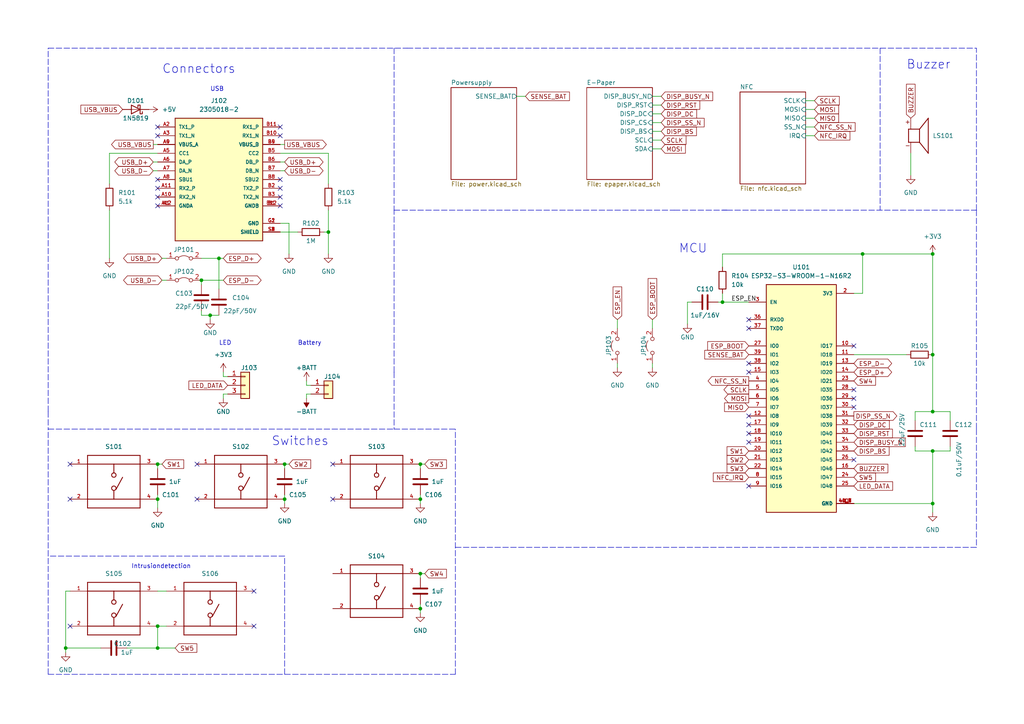
<source format=kicad_sch>
(kicad_sch (version 20211123) (generator eeschema)
  (paper "A4")
  (title_block (title "FabReader2") (date "2022-05-22") (rev "0.1") (company "RLKM UG (haftungsbeschränkt)") (comment 1 "Autoren: Joseph Langosch, Kai Kriegel"))
  (lib_symbols
    (symbol "2305018-2:2305018-2" (pin_names (offset 1.016))
      (property "Reference" "J" (at -12.7 18.0594 0))
      (property "Value" "2305018-2" (at -12.7 -20.3454 0))
      (symbol "2305018-2_0_0"
        (rectangle (start -12.7 -17.78) (end 12.7 17.78) (stroke (width 0.254)) (fill (type background)))
        (pin passive line (at -17.78 -7.62 0) (length 5.08) (name "GNDA") (number "A1"))
        (pin passive line (at -17.78 -5.08 0) (length 5.08) (name "RX2_N") (number "A10"))
        (pin passive line (at -17.78 -2.54 0) (length 5.08) (name "RX2_P") (number "A11"))
        (pin passive line (at -17.78 -7.62 0) (length 5.08) (name "GNDA") (number "A12"))
        (pin passive line (at -17.78 15.24 0) (length 5.08) (name "TX1_P") (number "A2"))
        (pin passive line (at -17.78 12.7 0) (length 5.08) (name "TX1_N") (number "A3"))
        (pin passive line (at -17.78 10.16 0) (length 5.08) (name "VBUS_A") (number "A4"))
        (pin passive line (at -17.78 7.62 0) (length 5.08) (name "CC1") (number "A5"))
        (pin passive line (at -17.78 5.08 0) (length 5.08) (name "DA_P") (number "A6"))
        (pin passive line (at -17.78 2.54 0) (length 5.08) (name "DA_N") (number "A7"))
        (pin passive line (at -17.78 0 0) (length 5.08) (name "SBU1") (number "A8"))
        (pin passive line (at -17.78 10.16 0) (length 5.08) (name "VBUS_A") (number "A9"))
        (pin passive line (at 17.78 -7.62 180) (length 5.08) (name "GNDB") (number "B1"))
        (pin passive line (at 17.78 12.7 180) (length 5.08) (name "RX1_N") (number "B10"))
        (pin passive line (at 17.78 15.24 180) (length 5.08) (name "RX1_P") (number "B11"))
        (pin passive line (at 17.78 -7.62 180) (length 5.08) (name "GNDB") (number "B12"))
        (pin passive line (at 17.78 -2.54 180) (length 5.08) (name "TX2_P") (number "B2"))
        (pin passive line (at 17.78 -5.08 180) (length 5.08) (name "TX2_N") (number "B3"))
        (pin passive line (at 17.78 10.16 180) (length 5.08) (name "VBUS_B") (number "B4"))
        (pin passive line (at 17.78 7.62 180) (length 5.08) (name "CC2") (number "B5"))
        (pin passive line (at 17.78 5.08 180) (length 5.08) (name "DB_P") (number "B6"))
        (pin passive line (at 17.78 2.54 180) (length 5.08) (name "DB_N") (number "B7"))
        (pin passive line (at 17.78 0 180) (length 5.08) (name "SBU2") (number "B8"))
        (pin passive line (at 17.78 10.16 180) (length 5.08) (name "VBUS_B") (number "B9"))
        (pin power_in line (at 17.78 -12.7 180) (length 5.08) (name "GND") (number "G1"))
        (pin power_in line (at 17.78 -12.7 180) (length 5.08) (name "GND") (number "G2"))
        (pin power_in line (at 17.78 -15.24 180) (length 5.08) (name "SHIELD") (number "S1"))
        (pin power_in line (at 17.78 -15.24 180) (length 5.08) (name "SHIELD") (number "S2"))
        (pin power_in line (at 17.78 -15.24 180) (length 5.08) (name "SHIELD") (number "S3"))
        (pin power_in line (at 17.78 -15.24 180) (length 5.08) (name "SHIELD") (number "S4"))
      )
    )
    (symbol "CMI-9705-0380-SMT-TR:CMI-9705-0380-SMT-TR" (pin_numbers hide) (pin_names (offset 1.016) hide)
      (property "Reference" "LS" (at -1.27 6.35 0))
      (property "Value" "CMI-9705-0380-SMT-TR" (at -1.27 -8.255 0))
      (symbol "CMI-9705-0380-SMT-TR_0_0"
        (polyline (pts (xy -3.175 -1.905) (xy -2.54 -1.905)) (stroke (width 0.254)))
        (polyline (pts (xy -3.175 1.905) (xy -3.175 -1.905)) (stroke (width 0.254)))
        (polyline (pts (xy -3.175 1.905) (xy -2.54 1.905)) (stroke (width 0.254)))
        (polyline (pts (xy -2.54 -2.54) (xy -2.54 -1.905)) (stroke (width 0.1524)))
        (polyline (pts (xy -2.54 -1.905) (xy 0 -1.905)) (stroke (width 0.254)))
        (polyline (pts (xy -2.54 1.905) (xy 0 1.905)) (stroke (width 0.254)))
        (polyline (pts (xy -2.54 2.54) (xy -2.54 1.905)) (stroke (width 0.1524)))
        (polyline (pts (xy 0 -1.905) (xy 0 1.905)) (stroke (width 0.254)))
        (polyline (pts (xy 0 -1.905) (xy 2.54 -5.08)) (stroke (width 0.254)))
        (polyline (pts (xy 0 1.905) (xy 2.54 5.08)) (stroke (width 0.254)))
        (polyline (pts (xy 2.54 -5.08) (xy 2.54 5.08)) (stroke (width 0.254)))
        (text "+" (at -4.318 3.302 0) (effects (font (size 1.27 1.27)) (justify left bottom)))
        (text "-" (at -4.318 -3.556 0) (effects (font (size 1.27 1.27)) (justify left bottom)))
        (pin passive line (at -2.54 -5.08 90) (length 2.54) (name "~") (number "N"))
        (pin passive line (at -2.54 5.08 270) (length 2.54) (name "~") (number "P"))
      )
    )
    (symbol "Connector_Generic:Conn_01x02" (pin_names (offset 1.016) hide)
      (property "Reference" "J" (at 0 2.54 0))
      (property "Value" "Conn_01x02" (at 0 -5.08 0))
      (symbol "Conn_01x02_1_1"
        (rectangle (start -1.27 -2.413) (end 0 -2.667) (stroke (width 0.1524)))
        (rectangle (start -1.27 0.127) (end 0 -0.127) (stroke (width 0.1524)))
        (rectangle (start -1.27 1.27) (end 1.27 -3.81) (stroke (width 0.254)) (fill (type background)))
        (pin passive line (at -5.08 0 0) (length 3.81) (name "Pin_1") (number "1"))
        (pin passive line (at -5.08 -2.54 0) (length 3.81) (name "Pin_2") (number "2"))
      )
    )
    (symbol "Connector_Generic:Conn_01x03" (pin_names (offset 1.016) hide)
      (property "Reference" "J" (at 0 5.08 0))
      (property "Value" "Conn_01x03" (at 0 -5.08 0))
      (symbol "Conn_01x03_1_1"
        (rectangle (start -1.27 -2.413) (end 0 -2.667) (stroke (width 0.1524)))
        (rectangle (start -1.27 0.127) (end 0 -0.127) (stroke (width 0.1524)))
        (rectangle (start -1.27 2.667) (end 0 2.413) (stroke (width 0.1524)))
        (rectangle (start -1.27 3.81) (end 1.27 -3.81) (stroke (width 0.254)) (fill (type background)))
        (pin passive line (at -5.08 2.54 0) (length 3.81) (name "Pin_1") (number "1"))
        (pin passive line (at -5.08 0 0) (length 3.81) (name "Pin_2") (number "2"))
        (pin passive line (at -5.08 -2.54 0) (length 3.81) (name "Pin_3") (number "3"))
      )
    )
    (symbol "Device:C" (pin_numbers hide) (pin_names (offset 0.254))
      (property "Reference" "C" (at 0.635 2.54 0))
      (property "Value" "C" (at 0.635 -2.54 0))
      (symbol "C_0_1"
        (polyline (pts (xy -2.032 -0.762) (xy 2.032 -0.762)) (stroke (width 0.508)))
        (polyline (pts (xy -2.032 0.762) (xy 2.032 0.762)) (stroke (width 0.508)))
      )
      (symbol "C_1_1"
        (pin passive line (at 0 3.81 270) (length 2.794) (name "~") (number "1"))
        (pin passive line (at 0 -3.81 90) (length 2.794) (name "~") (number "2"))
      )
    )
    (symbol "Device:R" (pin_numbers hide) (pin_names (offset 0))
      (property "Reference" "R" (at 2.032 0 90))
      (property "Value" "R" (at 0 0 90))
      (symbol "R_0_1"
        (rectangle (start -1.016 -2.54) (end 1.016 2.54) (stroke (width 0.254)))
      )
      (symbol "R_1_1"
        (pin passive line (at 0 3.81 270) (length 1.27) (name "~") (number "1"))
        (pin passive line (at 0 -3.81 90) (length 1.27) (name "~") (number "2"))
      )
    )
    (symbol "Diode:1N5819" (pin_numbers hide) (pin_names (offset 1.016) hide)
      (property "Reference" "D" (at 0 2.54 0))
      (property "Value" "1N5819" (at 0 -2.54 0))
      (symbol "1N5819_0_1"
        (polyline (pts (xy 1.27 0) (xy -1.27 0)))
        (polyline (pts (xy 1.27 1.27) (xy 1.27 -1.27) (xy -1.27 0) (xy 1.27 1.27)) (stroke (width 0.254)))
        (polyline (pts (xy -1.905 0.635) (xy -1.905 1.27) (xy -1.27 1.27) (xy -1.27 -1.27) (xy -0.635 -1.27) (xy -0.635 -0.635)) (stroke (width 0.254)))
      )
      (symbol "1N5819_1_1"
        (pin passive line (at -3.81 0 0) (length 2.54) (name "K") (number "1"))
        (pin passive line (at 3.81 0 180) (length 2.54) (name "A") (number "2"))
      )
    )
    (symbol "ESP32-S3-WROOM-1-N16R2:ESP32-S3-WROOM-1-N16R2" (pin_names (offset 1.016))
      (property "Reference" "U" (at -10.16 34.1122 0))
      (property "Value" "ESP32-S3-WROOM-1-N16R2" (at -10.16 -35.56 0))
      (symbol "ESP32-S3-WROOM-1-N16R2_0_0"
        (rectangle (start -10.16 -33.02) (end 10.16 33.02) (stroke (width 0.254)) (fill (type background)))
        (pin power_in line (at 15.24 -30.48 180) (length 5.08) (name "GND") (number "1"))
        (pin bidirectional line (at 15.24 15.24 180) (length 5.08) (name "IO17") (number "10"))
        (pin bidirectional line (at 15.24 12.7 180) (length 5.08) (name "IO18") (number "11"))
        (pin bidirectional line (at -15.24 -5.08 0) (length 5.08) (name "IO8") (number "12"))
        (pin bidirectional line (at 15.24 10.16 180) (length 5.08) (name "IO19") (number "13"))
        (pin bidirectional line (at 15.24 7.62 180) (length 5.08) (name "IO20") (number "14"))
        (pin bidirectional line (at -15.24 7.62 0) (length 5.08) (name "IO3") (number "15"))
        (pin bidirectional line (at 15.24 -20.32 180) (length 5.08) (name "IO46") (number "16"))
        (pin bidirectional line (at -15.24 -7.62 0) (length 5.08) (name "IO9") (number "17"))
        (pin bidirectional line (at -15.24 -10.16 0) (length 5.08) (name "IO10") (number "18"))
        (pin bidirectional line (at -15.24 -12.7 0) (length 5.08) (name "IO11") (number "19"))
        (pin power_in line (at 15.24 30.48 180) (length 5.08) (name "3V3") (number "2"))
        (pin bidirectional line (at -15.24 -15.24 0) (length 5.08) (name "IO12") (number "20"))
        (pin bidirectional line (at -15.24 -17.78 0) (length 5.08) (name "IO13") (number "21"))
        (pin bidirectional line (at -15.24 -20.32 0) (length 5.08) (name "IO14") (number "22"))
        (pin bidirectional line (at 15.24 5.08 180) (length 5.08) (name "IO21") (number "23"))
        (pin bidirectional line (at 15.24 -22.86 180) (length 5.08) (name "IO47") (number "24"))
        (pin bidirectional line (at 15.24 -25.4 180) (length 5.08) (name "IO48") (number "25"))
        (pin bidirectional line (at 15.24 -17.78 180) (length 5.08) (name "IO45") (number "26"))
        (pin bidirectional line (at -15.24 15.24 0) (length 5.08) (name "IO0") (number "27"))
        (pin bidirectional line (at 15.24 2.54 180) (length 5.08) (name "IO35") (number "28"))
        (pin bidirectional line (at 15.24 0 180) (length 5.08) (name "IO36") (number "29"))
        (pin input line (at -15.24 27.94 0) (length 5.08) (name "EN") (number "3"))
        (pin bidirectional line (at 15.24 -2.54 180) (length 5.08) (name "IO37") (number "30"))
        (pin bidirectional line (at 15.24 -5.08 180) (length 5.08) (name "IO38") (number "31"))
        (pin bidirectional line (at 15.24 -7.62 180) (length 5.08) (name "IO39") (number "32"))
        (pin bidirectional line (at 15.24 -10.16 180) (length 5.08) (name "IO40") (number "33"))
        (pin bidirectional line (at 15.24 -12.7 180) (length 5.08) (name "IO41") (number "34"))
        (pin bidirectional line (at 15.24 -15.24 180) (length 5.08) (name "IO42") (number "35"))
        (pin bidirectional line (at -15.24 22.86 0) (length 5.08) (name "RXD0") (number "36"))
        (pin bidirectional line (at -15.24 20.32 0) (length 5.08) (name "TXD0") (number "37"))
        (pin bidirectional line (at -15.24 10.16 0) (length 5.08) (name "IO2") (number "38"))
        (pin bidirectional line (at -15.24 12.7 0) (length 5.08) (name "IO1") (number "39"))
        (pin bidirectional line (at -15.24 5.08 0) (length 5.08) (name "IO4") (number "4"))
        (pin power_in line (at 15.24 -30.48 180) (length 5.08) (name "GND") (number "40"))
        (pin power_in line (at 15.24 -30.48 180) (length 5.08) (name "GND") (number "41_1"))
        (pin power_in line (at 15.24 -30.48 180) (length 5.08) (name "GND") (number "41_2"))
        (pin power_in line (at 15.24 -30.48 180) (length 5.08) (name "GND") (number "41_3"))
        (pin power_in line (at 15.24 -30.48 180) (length 5.08) (name "GND") (number "41_4"))
        (pin power_in line (at 15.24 -30.48 180) (length 5.08) (name "GND") (number "41_5"))
        (pin power_in line (at 15.24 -30.48 180) (length 5.08) (name "GND") (number "41_6"))
        (pin power_in line (at 15.24 -30.48 180) (length 5.08) (name "GND") (number "41_7"))
        (pin power_in line (at 15.24 -30.48 180) (length 5.08) (name "GND") (number "41_8"))
        (pin power_in line (at 15.24 -30.48 180) (length 5.08) (name "GND") (number "41_9"))
        (pin bidirectional line (at -15.24 2.54 0) (length 5.08) (name "IO5") (number "5"))
        (pin bidirectional line (at -15.24 0 0) (length 5.08) (name "IO6") (number "6"))
        (pin bidirectional line (at -15.24 -2.54 0) (length 5.08) (name "IO7") (number "7"))
        (pin bidirectional line (at -15.24 -22.86 0) (length 5.08) (name "IO15") (number "8"))
        (pin bidirectional line (at -15.24 -25.4 0) (length 5.08) (name "IO16") (number "9"))
      )
    )
    (symbol "Jumper:Jumper_2_Bridged" (pin_names (offset 0) hide)
      (property "Reference" "JP" (at 0 1.905 0))
      (property "Value" "Jumper_2_Bridged" (at 0 -2.54 0))
      (symbol "Jumper_2_Bridged_0_0"
        (circle (center -2.032 0) (radius 0.508))
        (circle (center 2.032 0) (radius 0.508))
      )
      (symbol "Jumper_2_Bridged_0_1"
        (arc (start 1.524 0.254) (mid 0 0.762) (end -1.524 0.254))
      )
      (symbol "Jumper_2_Bridged_1_1"
        (pin passive line (at -5.08 0 0) (length 2.54) (name "A") (number "1"))
        (pin passive line (at 5.08 0 180) (length 2.54) (name "B") (number "2"))
      )
    )
    (symbol "Jumper:Jumper_2_Open" (pin_names (offset 0) hide)
      (property "Reference" "JP" (at 0 2.794 0))
      (property "Value" "Jumper_2_Open" (at 0 -2.286 0))
      (symbol "Jumper_2_Open_0_0"
        (circle (center -2.032 0) (radius 0.508))
        (circle (center 2.032 0) (radius 0.508))
      )
      (symbol "Jumper_2_Open_0_1"
        (arc (start 1.524 1.27) (mid 0 1.778) (end -1.524 1.27))
      )
      (symbol "Jumper_2_Open_1_1"
        (pin passive line (at -5.08 0 0) (length 2.54) (name "A") (number "1"))
        (pin passive line (at 5.08 0 180) (length 2.54) (name "B") (number "2"))
      )
    )
    (symbol "TS04-66-95-BK-260-SMT:TS04-66-95-BK-260-SMT" (pin_names (offset 1.016) hide)
      (property "Reference" "S" (at -7.62 8.382 0))
      (property "Value" "TS04-66-95-BK-260-SMT" (at -7.62 -8.382 0))
      (symbol "TS04-66-95-BK-260-SMT_0_0"
        (circle (center 0 -1.905) (radius 0.635) (stroke (width 0.254)))
        (polyline (pts (xy -7.62 -7.62) (xy 7.62 -7.62)) (stroke (width 0.254)))
        (polyline (pts (xy -7.62 -5.08) (xy -7.62 -7.62)) (stroke (width 0.254)))
        (polyline (pts (xy -7.62 5.08) (xy -7.62 -5.08)) (stroke (width 0.254)))
        (polyline (pts (xy -7.62 7.62) (xy -7.62 5.08)) (stroke (width 0.254)))
        (polyline (pts (xy 0 -5.08) (xy -7.62 -5.08)) (stroke (width 0.254)))
        (polyline (pts (xy 0 -5.08) (xy 7.62 -5.08)) (stroke (width 0.254)))
        (polyline (pts (xy 0 -2.54) (xy 0 -5.08)) (stroke (width 0.254)))
        (polyline (pts (xy 0 5.08) (xy -7.62 5.08)) (stroke (width 0.254)))
        (polyline (pts (xy 0 5.08) (xy 0 2.54)) (stroke (width 0.254)))
        (polyline (pts (xy 0 5.08) (xy 7.62 5.08)) (stroke (width 0.254)))
        (polyline (pts (xy 0.635 -2.2352) (xy 2.54 1.27)) (stroke (width 0.254)))
        (polyline (pts (xy 7.62 -7.62) (xy 7.62 -5.08)) (stroke (width 0.254)))
        (polyline (pts (xy 7.62 -5.08) (xy 7.62 5.08)) (stroke (width 0.254)))
        (polyline (pts (xy 7.62 5.08) (xy 7.62 7.62)) (stroke (width 0.254)))
        (polyline (pts (xy 7.62 7.62) (xy -7.62 7.62)) (stroke (width 0.254)))
        (circle (center 0 1.905) (radius 0.635) (stroke (width 0.254)))
        (pin passive line (at -12.7 5.08 0) (length 5.08) (name "~") (number "1"))
        (pin passive line (at -12.7 -5.08 0) (length 5.08) (name "~") (number "2"))
        (pin passive line (at 12.7 5.08 180) (length 5.08) (name "~") (number "3"))
        (pin passive line (at 12.7 -5.08 180) (length 5.08) (name "~") (number "4"))
      )
    )
    (symbol "power:+3V3" (power) (pin_names (offset 0))
      (property "Value" "+3V3" (at 0 3.556 0))
      (symbol "+3V3_0_1"
        (polyline (pts (xy -0.762 1.27) (xy 0 2.54)))
        (polyline (pts (xy 0 0) (xy 0 2.54)))
        (polyline (pts (xy 0 2.54) (xy 0.762 1.27)))
      )
      (symbol "+3V3_1_1"
        (pin power_in line (at 0 0 90) (length 0) hide (name "+3V3") (number "1"))
      )
    )
    (symbol "power:+5V" (power) (pin_names (offset 0))
      (property "Value" "+5V" (at 0 3.556 0))
      (symbol "+5V_0_1"
        (polyline (pts (xy -0.762 1.27) (xy 0 2.54)))
        (polyline (pts (xy 0 0) (xy 0 2.54)))
        (polyline (pts (xy 0 2.54) (xy 0.762 1.27)))
      )
      (symbol "+5V_1_1"
        (pin power_in line (at 0 0 90) (length 0) hide (name "+5V") (number "1"))
      )
    )
    (symbol "power:+BATT" (power) (pin_names (offset 0))
      (property "Value" "+BATT" (at 0 3.556 0))
      (symbol "+BATT_0_1"
        (polyline (pts (xy -0.762 1.27) (xy 0 2.54)))
        (polyline (pts (xy 0 0) (xy 0 2.54)))
        (polyline (pts (xy 0 2.54) (xy 0.762 1.27)))
      )
      (symbol "+BATT_1_1"
        (pin power_in line (at 0 0 90) (length 0) hide (name "+BATT") (number "1"))
      )
    )
    (symbol "power:-BATT" (power) (pin_names (offset 0))
      (property "Value" "-BATT" (at 0 3.556 0))
      (symbol "-BATT_0_1"
        (polyline (pts (xy 0 0) (xy 0 2.54)))
        (polyline (pts (xy 0.762 1.27) (xy -0.762 1.27) (xy 0 2.54) (xy 0.762 1.27)) (fill (type outline)))
      )
      (symbol "-BATT_1_1"
        (pin power_in line (at 0 0 90) (length 0) hide (name "-BATT") (number "1"))
      )
    )
    (symbol "power:GND" (power) (pin_names (offset 0))
      (property "Value" "GND" (at 0 -3.81 0))
      (symbol "GND_0_1"
        (polyline (pts (xy 0 0) (xy 0 -1.27) (xy 1.27 -1.27) (xy 0 -2.54) (xy -1.27 -1.27) (xy 0 -1.27)))
      )
      (symbol "GND_1_1"
        (pin power_in line (at 0 0 270) (length 0) hide (name "GND") (number "1"))
      )
    )
  )
  (junction (at 82.55 134.62))
  (junction (at 45.72 187.96))
  (junction (at 45.72 181.61))
  (junction (at 19.05 187.96))
  (junction (at 63.5 74.93))
  (junction (at 250.19 73.66))
  (junction (at 209.55 87.63))
  (junction (at 82.55 144.78))
  (junction (at 121.92 144.78))
  (junction (at 58.42 81.28))
  (junction (at 270.51 119.38))
  (junction (at 121.92 166.37))
  (junction (at 95.25 67.31))
  (junction (at 60.96 91.44))
  (junction (at 121.92 134.62))
  (junction (at 270.51 73.66))
  (junction (at 45.72 144.78))
  (junction (at 270.51 146.05))
  (junction (at 270.51 130.81))
  (junction (at 270.51 102.87))
  (junction (at 45.72 134.62))
  (junction (at 121.92 176.53))
  (no_connect (at 45.72 54.61))
  (no_connect (at 57.15 144.78))
  (no_connect (at 73.66 171.45))
  (no_connect (at 73.66 181.61))
  (no_connect (at 96.52 144.78))
  (no_connect (at 20.32 181.61))
  (no_connect (at 45.72 36.83))
  (no_connect (at 81.28 36.83))
  (no_connect (at 81.28 59.69))
  (no_connect (at 81.28 52.07))
  (no_connect (at 81.28 54.61))
  (no_connect (at 81.28 57.15))
  (no_connect (at 20.32 144.78))
  (no_connect (at 45.72 39.37))
  (no_connect (at 20.32 134.62))
  (no_connect (at 45.72 59.69))
  (no_connect (at 217.17 107.95))
  (no_connect (at 217.17 128.27))
  (no_connect (at 217.17 140.97))
  (no_connect (at 96.52 134.62))
  (no_connect (at 57.15 134.62))
  (no_connect (at 217.17 120.65))
  (no_connect (at 217.17 125.73))
  (no_connect (at 217.17 95.25))
  (no_connect (at 45.72 52.07))
  (no_connect (at 247.65 100.33))
  (no_connect (at 247.65 133.35))
  (no_connect (at 247.65 118.11))
  (no_connect (at 247.65 115.57))
  (no_connect (at 247.65 113.03))
  (no_connect (at 217.17 105.41))
  (no_connect (at 217.17 92.71))
  (no_connect (at 45.72 57.15))
  (no_connect (at 217.17 123.19))
  (no_connect (at 81.28 39.37))
  (wire (pts (xy 121.92 166.37) (xy 121.92 167.64)))
  (wire (pts (xy 44.45 49.53) (xy 45.72 49.53)))
  (wire (pts (xy 82.55 144.78) (xy 82.55 146.05)))
  (wire (pts (xy 189.23 43.18) (xy 191.77 43.18)))
  (wire (pts (xy 90.17 111.76) (xy 88.9 111.76)))
  (wire (pts (xy 63.5 74.93) (xy 58.42 74.93)))
  (wire (pts (xy 82.55 134.62) (xy 83.82 134.62)))
  (wire (pts (xy 19.05 187.96) (xy 19.05 171.45)))
  (wire (pts (xy 209.55 73.66) (xy 250.19 73.66)))
  (wire (pts (xy 264.16 44.45) (xy 264.16 50.8)))
  (polyline (pts (xy 114.3 107.95) (xy 114.3 124.46)))
  (wire (pts (xy 121.92 134.62) (xy 121.92 135.89)))
  (wire (pts (xy 45.72 187.96) (xy 50.8 187.96)))
  (polyline (pts (xy 13.97 119.38) (xy 13.97 13.97)))
  (wire (pts (xy 95.25 53.34) (xy 95.25 44.45)))
  (wire (pts (xy 270.51 130.81) (xy 270.51 146.05)))
  (polyline (pts (xy 195.58 60.96) (xy 210.82 60.96)))
  (wire (pts (xy 64.77 81.28) (xy 58.42 81.28)))
  (wire (pts (xy 66.04 109.22) (xy 64.77 109.22)))
  (wire (pts (xy 149.86 27.94) (xy 152.4 27.94)))
  (wire (pts (xy 189.23 40.64) (xy 191.77 40.64)))
  (wire (pts (xy 121.92 175.26) (xy 121.92 176.53)))
  (wire (pts (xy 189.23 35.56) (xy 191.77 35.56)))
  (wire (pts (xy 121.92 166.37) (xy 123.19 166.37)))
  (wire (pts (xy 121.92 177.8) (xy 121.92 176.53)))
  (polyline (pts (xy 255.27 13.97) (xy 255.27 60.96)))
  (polyline (pts (xy 132.08 195.58) (xy 132.08 124.46)))
  (wire (pts (xy 121.92 143.51) (xy 121.92 144.78)))
  (wire (pts (xy 45.72 44.45) (xy 31.75 44.45)))
  (wire (pts (xy 31.75 44.45) (xy 31.75 53.34)))
  (polyline (pts (xy 13.97 195.58) (xy 13.97 124.46)))
  (polyline (pts (xy 114.3 107.95) (xy 114.3 60.96)))
  (wire (pts (xy 265.43 130.81) (xy 270.51 130.81)))
  (wire (pts (xy 209.55 77.47) (xy 209.55 73.66)))
  (wire (pts (xy 209.55 85.09) (xy 209.55 87.63)))
  (wire (pts (xy 270.51 130.81) (xy 275.59 130.81)))
  (wire (pts (xy 83.82 64.77) (xy 81.28 64.77)))
  (polyline (pts (xy 209.55 60.96) (xy 210.82 60.96)))
  (wire (pts (xy 189.23 38.1) (xy 191.77 38.1)))
  (wire (pts (xy 270.51 146.05) (xy 270.51 148.59)))
  (polyline (pts (xy 283.21 60.96) (xy 283.21 124.46)))
  (wire (pts (xy 83.82 73.66) (xy 83.82 64.77)))
  (wire (pts (xy 275.59 130.81) (xy 275.59 129.54)))
  (wire (pts (xy 31.75 60.96) (xy 31.75 74.93)))
  (wire (pts (xy 19.05 171.45) (xy 20.32 171.45)))
  (wire (pts (xy 45.72 181.61) (xy 48.26 181.61)))
  (wire (pts (xy 209.55 87.63) (xy 217.17 87.63)))
  (wire (pts (xy 46.99 81.28) (xy 48.26 81.28)))
  (wire (pts (xy 270.51 119.38) (xy 275.59 119.38)))
  (polyline (pts (xy 283.21 158.75) (xy 173.99 158.75)))
  (wire (pts (xy 179.07 92.71) (xy 179.07 95.25)))
  (wire (pts (xy 81.28 44.45) (xy 95.25 44.45)))
  (polyline (pts (xy 13.97 13.97) (xy 118.11 13.97)))
  (polyline (pts (xy 130.81 195.58) (xy 132.08 195.58)))
  (wire (pts (xy 45.72 134.62) (xy 45.72 135.89)))
  (wire (pts (xy 88.9 114.3) (xy 88.9 115.57)))
  (wire (pts (xy 58.42 91.44) (xy 60.96 91.44)))
  (wire (pts (xy 60.96 91.44) (xy 63.5 91.44)))
  (wire (pts (xy 199.39 87.63) (xy 200.66 87.63)))
  (polyline (pts (xy 82.55 195.58) (xy 82.55 161.29)))
  (wire (pts (xy 265.43 119.38) (xy 270.51 119.38)))
  (wire (pts (xy 121.92 146.05) (xy 121.92 144.78)))
  (wire (pts (xy 95.25 60.96) (xy 95.25 67.31)))
  (wire (pts (xy 179.07 105.41) (xy 179.07 106.68)))
  (wire (pts (xy 189.23 27.94) (xy 191.77 27.94)))
  (wire (pts (xy 45.72 144.78) (xy 45.72 147.32)))
  (wire (pts (xy 189.23 92.71) (xy 189.23 95.25)))
  (wire (pts (xy 233.68 36.83) (xy 236.22 36.83)))
  (wire (pts (xy 265.43 121.92) (xy 265.43 119.38)))
  (wire (pts (xy 81.28 46.99) (xy 82.55 46.99)))
  (wire (pts (xy 199.39 93.98) (xy 199.39 87.63)))
  (wire (pts (xy 45.72 134.62) (xy 46.99 134.62)))
  (polyline (pts (xy 118.11 13.97) (xy 283.21 13.97)))
  (polyline (pts (xy 283.21 60.96) (xy 283.21 13.97)))
  (wire (pts (xy 44.45 46.99) (xy 45.72 46.99)))
  (wire (pts (xy 44.45 41.91) (xy 45.72 41.91)))
  (wire (pts (xy 82.55 134.62) (xy 82.55 135.89)))
  (polyline (pts (xy 13.97 119.38) (xy 13.97 124.46)))
  (wire (pts (xy 247.65 146.05) (xy 270.51 146.05)))
  (wire (pts (xy 270.51 73.66) (xy 270.51 102.87)))
  (wire (pts (xy 250.19 73.66) (xy 270.51 73.66)))
  (wire (pts (xy 81.28 49.53) (xy 82.55 49.53)))
  (wire (pts (xy 250.19 85.09) (xy 247.65 85.09)))
  (polyline (pts (xy 283.21 124.46) (xy 283.21 158.75)))
  (wire (pts (xy 64.77 115.57) (xy 64.77 114.3)))
  (polyline (pts (xy 114.3 124.46) (xy 132.08 124.46)))
  (wire (pts (xy 64.77 114.3) (xy 66.04 114.3)))
  (polyline (pts (xy 13.97 124.46) (xy 114.3 124.46)))
  (wire (pts (xy 19.05 189.23) (xy 19.05 187.96)))
  (wire (pts (xy 121.92 134.62) (xy 123.19 134.62)))
  (wire (pts (xy 46.99 74.93) (xy 48.26 74.93)))
  (wire (pts (xy 189.23 30.48) (xy 191.77 30.48)))
  (polyline (pts (xy 114.3 13.97) (xy 114.3 60.96)))
  (polyline (pts (xy 13.97 195.58) (xy 130.81 195.58)))
  (wire (pts (xy 233.68 31.75) (xy 236.22 31.75)))
  (wire (pts (xy 58.42 90.17) (xy 58.42 91.44)))
  (wire (pts (xy 265.43 129.54) (xy 265.43 130.81)))
  (wire (pts (xy 81.28 67.31) (xy 86.36 67.31)))
  (wire (pts (xy 60.96 91.44) (xy 60.96 92.71)))
  (wire (pts (xy 45.72 181.61) (xy 45.72 187.96)))
  (wire (pts (xy 250.19 73.66) (xy 250.19 85.09)))
  (wire (pts (xy 233.68 29.21) (xy 236.22 29.21)))
  (wire (pts (xy 88.9 111.76) (xy 88.9 110.49)))
  (wire (pts (xy 82.55 143.51) (xy 82.55 144.78)))
  (wire (pts (xy 270.51 102.87) (xy 270.51 119.38)))
  (wire (pts (xy 189.23 33.02) (xy 191.77 33.02)))
  (wire (pts (xy 19.05 187.96) (xy 29.21 187.96)))
  (polyline (pts (xy 210.82 60.96) (xy 283.21 60.96)))
  (wire (pts (xy 64.77 109.22) (xy 64.77 107.95)))
  (polyline (pts (xy 114.3 60.96) (xy 195.58 60.96)))
  (wire (pts (xy 275.59 121.92) (xy 275.59 119.38)))
  (wire (pts (xy 64.77 74.93) (xy 63.5 74.93)))
  (wire (pts (xy 36.83 187.96) (xy 45.72 187.96)))
  (wire (pts (xy 233.68 34.29) (xy 236.22 34.29)))
  (wire (pts (xy 58.42 81.28) (xy 58.42 82.55)))
  (wire (pts (xy 45.72 171.45) (xy 48.26 171.45)))
  (wire (pts (xy 233.68 39.37) (xy 236.22 39.37)))
  (wire (pts (xy 45.72 143.51) (xy 45.72 144.78)))
  (wire (pts (xy 90.17 114.3) (xy 88.9 114.3)))
  (wire (pts (xy 63.5 74.93) (xy 63.5 83.82)))
  (wire (pts (xy 208.28 87.63) (xy 209.55 87.63)))
  (polyline (pts (xy 82.55 161.29) (xy 13.97 161.29)))
  (wire (pts (xy 95.25 67.31) (xy 95.25 73.66)))
  (polyline (pts (xy 132.08 158.75) (xy 173.99 158.75)))
  (wire (pts (xy 189.23 105.41) (xy 189.23 106.68)))
  (wire (pts (xy 262.89 102.87) (xy 247.65 102.87)))
  (wire (pts (xy 81.28 41.91) (xy 82.55 41.91)))
  (wire (pts (xy 93.98 67.31) (xy 95.25 67.31)))
  (text "Buzzer" (at 262.89 20.32 0) (effects (font (size 2.54 2.54)) (justify left bottom)))
  (text "LED" (at 63.5 100.33 0) (effects (font (size 1.27 1.27)) (justify left bottom)))
  (text "USB" (at 60.96 26.67 0) (effects (font (size 1.27 1.27)) (justify left bottom)))
  (text "Battery" (at 86.36 100.33 0) (effects (font (size 1.27 1.27)) (justify left bottom)))
  (text "Intrusiondetection" (at 38.1 165.1 0) (effects (font (size 1.27 1.27)) (justify left bottom)))
  (text "Connectors" (at 46.99 21.59 0) (effects (font (size 2.54 2.54)) (justify left bottom)))
  (text "MCU" (at 196.85 73.66 0) (effects (font (size 2.54 2.54)) (justify left bottom)))
  (text "Switches" (at 78.74 129.54 0) (effects (font (size 2.54 2.54)) (justify left bottom)))
  (label "ESP_EN" (at 212.09 87.63 0))
  (global_label "SCLK" (shape input) (at 236.22 29.21 0) (property "Intersheet References" "${INTERSHEET_REFS}" (effects hide)))
  (global_label "SENSE_BAT" (shape input) (at 152.4 27.94 0) (property "Intersheet References" "${INTERSHEET_REFS}" (effects hide)))
  (global_label "ESP_EN" (shape input) (at 179.07 92.71 90) (property "Intersheet References" "${INTERSHEET_REFS}" (effects hide)))
  (global_label "DISP_SS_N" (shape output) (at 247.65 120.65 0) (property "Intersheet References" "${INTERSHEET_REFS}" (effects hide)))
  (global_label "SCLK" (shape output) (at 217.17 113.03 180) (property "Intersheet References" "${INTERSHEET_REFS}" (effects hide)))
  (global_label "SW3" (shape input) (at 123.19 134.62 0) (property "Intersheet References" "${INTERSHEET_REFS}" (effects hide)))
  (global_label "ESP_D+" (shape bidirectional) (at 64.77 74.93 0) (property "Intersheet References" "${INTERSHEET_REFS}" (effects hide)))
  (global_label "SW2" (shape input) (at 217.17 133.35 180) (property "Intersheet References" "${INTERSHEET_REFS}" (effects hide)))
  (global_label "USB_VBUS" (shape output) (at 44.45 41.91 180) (property "Intersheet References" "${INTERSHEET_REFS}" (effects hide)))
  (global_label "USB_D+" (shape bidirectional) (at 82.55 46.99 0) (property "Intersheet References" "${INTERSHEET_REFS}" (effects hide)))
  (global_label "DISP_RST" (shape input) (at 247.65 125.73 0) (property "Intersheet References" "${INTERSHEET_REFS}" (effects hide)))
  (global_label "SW4" (shape input) (at 247.65 110.49 0) (property "Intersheet References" "${INTERSHEET_REFS}" (effects hide)))
  (global_label "SW5" (shape input) (at 50.8 187.96 0) (property "Intersheet References" "${INTERSHEET_REFS}" (effects hide)))
  (global_label "DISP_DC" (shape input) (at 191.77 33.02 0) (property "Intersheet References" "${INTERSHEET_REFS}" (effects hide)))
  (global_label "SW5" (shape input) (at 247.65 138.43 0) (property "Intersheet References" "${INTERSHEET_REFS}" (effects hide)))
  (global_label "MOSI" (shape output) (at 217.17 115.57 180) (property "Intersheet References" "${INTERSHEET_REFS}" (effects hide)))
  (global_label "SW4" (shape input) (at 123.19 166.37 0) (property "Intersheet References" "${INTERSHEET_REFS}" (effects hide)))
  (global_label "DISP_DC" (shape input) (at 247.65 123.19 0) (property "Intersheet References" "${INTERSHEET_REFS}" (effects hide)))
  (global_label "NFC_SS_N" (shape input) (at 236.22 36.83 0) (property "Intersheet References" "${INTERSHEET_REFS}" (effects hide)))
  (global_label "SW3" (shape input) (at 217.17 135.89 180) (property "Intersheet References" "${INTERSHEET_REFS}" (effects hide)))
  (global_label "LED_DATA" (shape input) (at 247.65 140.97 0) (property "Intersheet References" "${INTERSHEET_REFS}" (effects hide)))
  (global_label "DISP_BUSY_N" (shape input) (at 247.65 128.27 0) (property "Intersheet References" "${INTERSHEET_REFS}" (effects hide)))
  (global_label "NFC_SS_N" (shape output) (at 217.17 110.49 180) (property "Intersheet References" "${INTERSHEET_REFS}" (effects hide)))
  (global_label "MOSI" (shape input) (at 191.77 43.18 0) (property "Intersheet References" "${INTERSHEET_REFS}" (effects hide)))
  (global_label "ESP_D-" (shape bidirectional) (at 64.77 81.28 0) (property "Intersheet References" "${INTERSHEET_REFS}" (effects hide)))
  (global_label "BUZZER" (shape input) (at 247.65 135.89 0) (property "Intersheet References" "${INTERSHEET_REFS}" (effects hide)))
  (global_label "DISP_BS" (shape input) (at 191.77 38.1 0) (property "Intersheet References" "${INTERSHEET_REFS}" (effects hide)))
  (global_label "DISP_BS" (shape input) (at 247.65 130.81 0) (property "Intersheet References" "${INTERSHEET_REFS}" (effects hide)))
  (global_label "SENSE_BAT" (shape input) (at 217.17 102.87 180) (property "Intersheet References" "${INTERSHEET_REFS}" (effects hide)))
  (global_label "NFC_IRQ" (shape input) (at 236.22 39.37 0) (property "Intersheet References" "${INTERSHEET_REFS}" (effects hide)))
  (global_label "USB_D-" (shape bidirectional) (at 82.55 49.53 0) (property "Intersheet References" "${INTERSHEET_REFS}" (effects hide)))
  (global_label "LED_DATA" (shape input) (at 66.04 111.76 180) (property "Intersheet References" "${INTERSHEET_REFS}" (effects hide)))
  (global_label "DISP_BUSY_N" (shape input) (at 191.77 27.94 0) (property "Intersheet References" "${INTERSHEET_REFS}" (effects hide)))
  (global_label "ESP_BOOT" (shape input) (at 189.23 92.71 90) (property "Intersheet References" "${INTERSHEET_REFS}" (effects hide)))
  (global_label "DISP_SS_N" (shape input) (at 191.77 35.56 0) (property "Intersheet References" "${INTERSHEET_REFS}" (effects hide)))
  (global_label "MOSI" (shape input) (at 236.22 31.75 0) (property "Intersheet References" "${INTERSHEET_REFS}" (effects hide)))
  (global_label "ESP_D-" (shape bidirectional) (at 247.65 105.41 0) (property "Intersheet References" "${INTERSHEET_REFS}" (effects hide)))
  (global_label "USB_VBUS" (shape input) (at 35.56 31.75 180) (property "Intersheet References" "${INTERSHEET_REFS}" (effects hide)))
  (global_label "NFC_IRQ" (shape input) (at 217.17 138.43 180) (property "Intersheet References" "${INTERSHEET_REFS}" (effects hide)))
  (global_label "BUZZER" (shape input) (at 264.16 34.29 90) (property "Intersheet References" "${INTERSHEET_REFS}" (effects hide)))
  (global_label "DISP_RST" (shape input) (at 191.77 30.48 0) (property "Intersheet References" "${INTERSHEET_REFS}" (effects hide)))
  (global_label "MISO" (shape input) (at 217.17 118.11 180) (property "Intersheet References" "${INTERSHEET_REFS}" (effects hide)))
  (global_label "USB_D-" (shape bidirectional) (at 46.99 81.28 180) (property "Intersheet References" "${INTERSHEET_REFS}" (effects hide)))
  (global_label "USB_D-" (shape bidirectional) (at 44.45 49.53 180) (property "Intersheet References" "${INTERSHEET_REFS}" (effects hide)))
  (global_label "USB_VBUS" (shape output) (at 82.55 41.91 0) (property "Intersheet References" "${INTERSHEET_REFS}" (effects hide)))
  (global_label "MISO" (shape input) (at 236.22 34.29 0) (property "Intersheet References" "${INTERSHEET_REFS}" (effects hide)))
  (global_label "SW1" (shape input) (at 217.17 130.81 180) (property "Intersheet References" "${INTERSHEET_REFS}" (effects hide)))
  (global_label "ESP_BOOT" (shape input) (at 217.17 100.33 180) (property "Intersheet References" "${INTERSHEET_REFS}" (effects hide)))
  (global_label "USB_D+" (shape bidirectional) (at 44.45 46.99 180) (property "Intersheet References" "${INTERSHEET_REFS}" (effects hide)))
  (global_label "USB_D+" (shape bidirectional) (at 46.99 74.93 180) (property "Intersheet References" "${INTERSHEET_REFS}" (effects hide)))
  (global_label "SW1" (shape input) (at 46.99 134.62 0) (property "Intersheet References" "${INTERSHEET_REFS}" (effects hide)))
  (global_label "SW2" (shape input) (at 83.82 134.62 0) (property "Intersheet References" "${INTERSHEET_REFS}" (effects hide)))
  (global_label "ESP_D+" (shape bidirectional) (at 247.65 107.95 0) (property "Intersheet References" "${INTERSHEET_REFS}" (effects hide)))
  (global_label "SCLK" (shape input) (at 191.77 40.64 0) (property "Intersheet References" "${INTERSHEET_REFS}" (effects hide)))
  (symbol (lib_id "power:GND") (at 83.82 73.66 0) (unit 1)
    (property "Reference" "#PWR0111" (effects hide))
    (property "Value" "GND" (at 83.82 78.74 0))
  )
  (symbol (lib_id "Device:R") (at 209.55 81.28 180) (unit 1)
    (property "Reference" "R104" (at 212.09 80.0099 0) (effects (justify right)))
    (property "Value" "10k" (at 212.09 82.5499 0) (effects (justify right)))
    (property "Footprint" "Resistor_SMD:R_0402_1005Metric" (effects hide))
  )
  (symbol (lib_id "power:+3V3") (at 270.51 73.66 0) (unit 1)
    (property "Reference" "#PWR0121" (effects hide))
    (property "Value" "+3V3" (at 270.51 68.58 0))
  )
  (symbol (lib_id "Device:R") (at 90.17 67.31 90) (unit 1)
    (property "Reference" "R102" (at 90.17 64.77 90))
    (property "Value" "1M" (at 90.17 69.85 90))
    (property "Footprint" "Resistor_SMD:R_0402_1005Metric" (effects hide))
  )
  (symbol (lib_id "Device:C") (at 265.43 125.73 0) (unit 1)
    (property "Reference" "C111" (at 266.7 123.19 0) (effects (justify left)))
    (property "Value" "22uF/25V" (at 261.62 129.54 90) (effects (justify left)))
    (property "Footprint" "Capacitor_SMD:C_0402_1005Metric" (effects hide))
  )
  (symbol (lib_id "power:GND") (at 60.96 92.71 0) (unit 1)
    (property "Reference" "#PWR0107" (effects hide))
    (property "Value" "GND" (at 60.96 96.52 0))
  )
  (symbol (lib_id "power:GND") (at 19.05 189.23 0) (unit 1)
    (property "Reference" "#PWR0102" (effects hide))
    (property "Value" "GND" (at 19.05 194.31 0))
  )
  (symbol (lib_id "Jumper:Jumper_2_Bridged") (at 53.34 81.28 0) (unit 1)
    (property "Reference" "JP102" (at 53.34 78.74 0))
    (property "Value" "Jumper_2_Bridged" (effects hide))
    (property "Footprint" "Connector_PinHeader_2.54mm:PinHeader_1x02_P2.54mm_Vertical" (effects hide))
  )
  (symbol (lib_id "power:GND") (at 82.55 146.05 0) (mirror y) (unit 1)
    (property "Reference" "#PWR0108" (effects hide))
    (property "Value" "GND" (at 82.55 151.13 0))
  )
  (symbol (lib_id "Device:R") (at 31.75 57.15 180) (unit 1)
    (property "Reference" "R101" (at 34.29 55.8799 0) (effects (justify right)))
    (property "Value" "5.1k" (at 34.29 58.4199 0) (effects (justify right)))
    (property "Footprint" "Resistor_SMD:R_0402_1005Metric" (effects hide))
  )
  (symbol (lib_id "Jumper:Jumper_2_Bridged") (at 53.34 74.93 0) (unit 1)
    (property "Reference" "JP101" (at 53.34 72.39 0))
    (property "Value" "Jumper_2_Bridged" (effects hide))
    (property "Footprint" "Connector_PinHeader_2.54mm:PinHeader_1x02_P2.54mm_Vertical" (effects hide))
  )
  (symbol (lib_id "Device:C") (at 45.72 139.7 180) (unit 1)
    (property "Reference" "C101" (at 49.53 143.51 0))
    (property "Value" "1uF" (at 50.8 139.7 0))
    (property "Footprint" "Capacitor_SMD:C_0402_1005Metric" (effects hide))
  )
  (symbol (lib_id "Device:C") (at 275.59 125.73 0) (unit 1)
    (property "Reference" "C112" (at 276.86 123.19 0) (effects (justify left)))
    (property "Value" "0.1uF/50V" (at 278.13 138.43 90) (effects (justify left)))
    (property "Footprint" "Capacitor_SMD:C_0402_1005Metric" (effects hide))
  )
  (symbol (lib_id "Device:C") (at 33.02 187.96 90) (unit 1)
    (property "Reference" "C102" (at 35.56 186.69 90))
    (property "Value" "1uF" (at 36.83 189.23 90))
    (property "Footprint" "Capacitor_SMD:C_0402_1005Metric" (effects hide))
  )
  (symbol (lib_id "power:GND") (at 179.07 106.68 0) (unit 1)
    (property "Reference" "#PWR0117" (effects hide))
    (property "Value" "GND" (at 179.07 111.76 0))
  )
  (symbol (lib_id "Connector_Generic:Conn_01x02") (at 95.25 111.76 0) (unit 1)
    (property "Reference" "J104" (at 93.98 109.22 0) (effects (justify left)))
    (property "Value" "Conn_01x02" (effects hide))
    (property "Footprint" "Connector_JST:JST_PH_S2B-PH-SM4-TB_1x02-1MP_P2.00mm_Horizontal" (effects hide))
  )
  (symbol (lib_id "Device:C") (at 82.55 139.7 180) (unit 1)
    (property "Reference" "C105" (at 86.36 143.51 0))
    (property "Value" "1uF" (at 87.63 139.7 0))
    (property "Footprint" "Capacitor_SMD:C_0402_1005Metric" (effects hide))
  )
  (symbol (lib_id "power:GND") (at 121.92 177.8 0) (unit 1)
    (property "Reference" "#PWR0116" (effects hide))
    (property "Value" "GND" (at 121.92 182.88 0))
  )
  (symbol (lib_id "power:GND") (at 189.23 106.68 0) (unit 1)
    (property "Reference" "#PWR0118" (effects hide))
    (property "Value" "GND" (at 189.23 111.76 0))
  )
  (symbol (lib_id "power:GND") (at 31.75 74.93 0) (unit 1)
    (property "Reference" "#PWR0104" (effects hide))
    (property "Value" "GND" (at 31.75 80.01 0))
  )
  (symbol (lib_id "Device:R") (at 95.25 57.15 180) (unit 1)
    (property "Reference" "R103" (at 97.79 55.8799 0) (effects (justify right)))
    (property "Value" "5.1k" (at 97.79 58.4199 0) (effects (justify right)))
    (property "Footprint" "Resistor_SMD:R_0402_1005Metric" (effects hide))
  )
  (symbol (lib_id "Jumper:Jumper_2_Open") (at 179.07 100.33 90) (unit 1)
    (property "Reference" "JP103" (at 176.53 100.33 0))
    (property "Value" "Jumper_2_Bridged" (effects hide))
    (property "Footprint" "Connector_PinHeader_2.54mm:PinHeader_1x02_P2.54mm_Vertical" (effects hide))
  )
  (symbol (lib_id "2305018-2:2305018-2") (at 63.5 52.07 0) (unit 1)
    (property "Reference" "J102" (at 63.5 29.21 0))
    (property "Value" "2305018-2" (at 63.5 31.75 0))
    (property "Footprint" "2305018-2:TE_2305018-2" (effects hide))
    (property "Comment" "2305018-2" (effects hide))
  )
  (symbol (lib_id "TS04-66-95-BK-260-SMT:TS04-66-95-BK-260-SMT") (at 33.02 139.7 0) (unit 1)
    (property "Reference" "S101" (at 33.02 129.54 0))
    (property "Value" "TS04-66-95-BK-260-SMT" (effects hide))
    (property "Footprint" "TS04-66-95-BK-260-SMT:SW_TS04-66-95-BK-260-SMT" (effects hide))
    (property "PARTREV" "1.0" (effects hide))
    (property "STANDARD" "Manufacturer Recommendations" (effects hide))
    (property "MANUFACTURER" "CUI Devices" (effects hide))
  )
  (symbol (lib_id "Diode:1N5819") (at 39.37 31.75 180) (unit 1)
    (property "Reference" "D101" (at 39.37 29.21 0))
    (property "Value" "1N5819" (at 39.37 34.29 0))
    (property "Footprint" "Diode_SMD:D_SOD-123F" (effects hide))
    (property "Datasheet" "http://www.vishay.com/docs/88525/1n5817.pdf" (effects hide))
  )
  (symbol (lib_id "TS04-66-95-BK-260-SMT:TS04-66-95-BK-260-SMT") (at 69.85 139.7 0) (unit 1)
    (property "Reference" "S102" (at 69.85 129.54 0))
    (property "Value" "TS04-66-95-BK-260-SMT" (effects hide))
    (property "Footprint" "TS04-66-95-BK-260-SMT:SW_TS04-66-95-BK-260-SMT" (effects hide))
    (property "PARTREV" "1.0" (effects hide))
    (property "STANDARD" "Manufacturer Recommendations" (effects hide))
    (property "MANUFACTURER" "CUI Devices" (effects hide))
  )
  (symbol (lib_id "power:-BATT") (at 88.9 115.57 180) (unit 1)
    (property "Reference" "#PWR0114" (effects hide))
    (property "Value" "-BATT" (at 88.9 119.38 0))
  )
  (symbol (lib_id "Device:C") (at 63.5 87.63 0) (unit 1)
    (property "Reference" "C104" (at 67.31 86.36 0) (effects (justify left)))
    (property "Value" "22pF/50V" (at 64.77 90.17 0) (effects (justify left)))
    (property "Footprint" "Capacitor_SMD:C_0402_1005Metric" (effects hide))
  )
  (symbol (lib_id "Device:C") (at 58.42 86.36 0) (unit 1)
    (property "Reference" "C103" (at 50.8 85.09 0) (effects (justify left)))
    (property "Value" "22pF/50V" (at 50.8 88.9 0) (effects (justify left)))
    (property "Footprint" "Capacitor_SMD:C_0402_1005Metric" (effects hide))
  )
  (symbol (lib_id "power:+3V3") (at 64.77 107.95 0) (unit 1)
    (property "Reference" "#PWR0109" (effects hide))
    (property "Value" "+3V3" (at 64.77 102.87 0))
  )
  (symbol (lib_id "Device:C") (at 121.92 171.45 180) (unit 1)
    (property "Reference" "C107" (at 125.73 175.26 0))
    (property "Value" "1uF" (at 127 171.45 0))
    (property "Footprint" "Capacitor_SMD:C_0402_1005Metric" (effects hide))
  )
  (symbol (lib_id "TS04-66-95-BK-260-SMT:TS04-66-95-BK-260-SMT") (at 109.22 139.7 0) (unit 1)
    (property "Reference" "S103" (at 109.22 129.54 0))
    (property "Value" "TS04-66-95-BK-260-SMT" (effects hide))
    (property "Footprint" "TS04-66-95-BK-260-SMT:SW_TS04-66-95-BK-260-SMT" (effects hide))
    (property "PARTREV" "1.0" (effects hide))
    (property "STANDARD" "Manufacturer Recommendations" (effects hide))
    (property "MANUFACTURER" "CUI Devices" (effects hide))
  )
  (symbol (lib_id "power:GND") (at 64.77 115.57 0) (unit 1)
    (property "Reference" "#PWR0110" (effects hide))
    (property "Value" "GND" (at 64.77 119.38 0))
  )
  (symbol (lib_id "power:GND") (at 199.39 93.98 0) (unit 1)
    (property "Reference" "#PWR0119" (effects hide))
    (property "Value" "GND" (at 199.39 97.79 0))
  )
  (symbol (lib_id "Device:R") (at 266.7 102.87 270) (mirror x) (unit 1)
    (property "Reference" "R105" (at 266.7 100.33 90))
    (property "Value" "10k" (at 266.7 105.41 90))
    (property "Footprint" "Resistor_SMD:R_0402_1005Metric" (effects hide))
  )
  (symbol (lib_id "Device:C") (at 121.92 139.7 180) (unit 1)
    (property "Reference" "C106" (at 125.73 143.51 0))
    (property "Value" "1uF" (at 127 139.7 0))
    (property "Footprint" "Capacitor_SMD:C_0402_1005Metric" (effects hide))
  )
  (symbol (lib_id "TS04-66-95-BK-260-SMT:TS04-66-95-BK-260-SMT") (at 60.96 176.53 0) (unit 1)
    (property "Reference" "S106" (at 60.96 166.37 0))
    (property "Value" "TS04-66-95-BK-260-SMT" (effects hide))
    (property "Footprint" "TS04-66-95-BK-260-SMT:SW_TS04-66-95-BK-260-SMT" (effects hide))
    (property "PARTREV" "1.0" (effects hide))
    (property "STANDARD" "Manufacturer Recommendations" (effects hide))
    (property "MANUFACTURER" "CUI Devices" (effects hide))
  )
  (symbol (lib_id "ESP32-S3-WROOM-1-N16R2:ESP32-S3-WROOM-1-N16R2") (at 232.41 115.57 0) (unit 1)
    (property "Reference" "U101" (at 232.41 77.47 0))
    (property "Value" "ESP32-S3-WROOM-1-N16R2" (at 232.41 80.01 0))
    (property "Footprint" "ESP32-S3-WROOM-1-N16R2:XCVR_ESP32-S3-WROOM-1-N16R2" (effects hide))
    (property "MAXIMUM_PACKAGE_HEIGHT" "3.25mm" (effects hide))
    (property "PARTREV" "v1.0" (effects hide))
    (property "MANUFACTURER" "Espressif" (effects hide))
    (property "STANDARD" "Manufacturer Recommendations" (effects hide))
  )
  (symbol (lib_id "power:GND") (at 95.25 73.66 0) (unit 1)
    (property "Reference" "#PWR0112" (effects hide))
    (property "Value" "GND" (at 95.25 78.74 0))
  )
  (symbol (lib_id "TS04-66-95-BK-260-SMT:TS04-66-95-BK-260-SMT") (at 33.02 176.53 0) (unit 1)
    (property "Reference" "S105" (at 33.02 166.37 0))
    (property "Value" "TS04-66-95-BK-260-SMT" (effects hide))
    (property "Footprint" "TS04-66-95-BK-260-SMT:SW_TS04-66-95-BK-260-SMT" (effects hide))
    (property "PARTREV" "1.0" (effects hide))
    (property "STANDARD" "Manufacturer Recommendations" (effects hide))
    (property "MANUFACTURER" "CUI Devices" (effects hide))
  )
  (symbol (lib_id "power:+BATT") (at 88.9 110.49 0) (unit 1)
    (property "Reference" "#PWR0113" (effects hide))
    (property "Value" "+BATT" (at 88.9 106.68 0))
  )
  (symbol (lib_id "Device:C") (at 204.47 87.63 90) (unit 1)
    (property "Reference" "C110" (at 204.47 83.82 90))
    (property "Value" "1uF/16V" (at 204.47 91.44 90))
    (property "Footprint" "Capacitor_SMD:C_0402_1005Metric" (effects hide))
  )
  (symbol (lib_id "Connector_Generic:Conn_01x03") (at 71.12 111.76 0) (unit 1)
    (property "Reference" "J103" (at 69.85 106.68 0) (effects (justify left)))
    (property "Value" "Conn_01x03" (effects hide))
    (property "Footprint" "Connector_JST:JST_PH_S3B-PH-SM4-TB_1x03-1MP_P2.00mm_Horizontal" (effects hide))
  )
  (symbol (lib_id "power:+5V") (at 43.18 31.75 270) (unit 1)
    (property "Reference" "#PWR0106" (effects hide))
    (property "Value" "+5V" (at 46.99 31.7499 90) (effects (justify left)))
  )
  (symbol (lib_id "Jumper:Jumper_2_Open") (at 189.23 100.33 90) (unit 1)
    (property "Reference" "JP104" (at 186.69 100.33 0))
    (property "Value" "Jumper_2_Bridged" (effects hide))
    (property "Footprint" "Connector_PinHeader_2.54mm:PinHeader_1x02_P2.54mm_Vertical" (effects hide))
  )
  (symbol (lib_id "power:GND") (at 45.72 147.32 0) (unit 1)
    (property "Reference" "#PWR0101" (effects hide))
    (property "Value" "GND" (at 45.72 152.4 0))
  )
  (symbol (lib_id "power:GND") (at 270.51 148.59 0) (unit 1)
    (property "Reference" "#PWR0122" (effects hide))
    (property "Value" "GND" (at 270.51 153.67 0))
  )
  (symbol (lib_id "CMI-9705-0380-SMT-TR:CMI-9705-0380-SMT-TR") (at 266.7 39.37 0) (unit 1)
    (property "Reference" "LS101" (at 270.51 39.37 0) (effects (justify left)))
    (property "Value" "CMI-9705-0380-SMT-TR" (effects hide))
    (property "Footprint" "CMI-9705-0380-SMT-TR:CUI_CMI-9705-0380-SMT-TR" (effects hide))
    (property "PARTREV" "1.0" (effects hide))
    (property "MANUFACTURER" "CUI Inc." (effects hide))
    (property "MAXIMUM_PACKAGE_HEIGHT" "5.2mm" (effects hide))
    (property "STANDARD" "Manufacturer Recommendations" (effects hide))
  )
  (symbol (lib_id "power:GND") (at 264.16 50.8 0) (unit 1)
    (property "Reference" "#PWR0120" (effects hide))
    (property "Value" "GND" (at 264.16 55.88 0))
  )
  (symbol (lib_id "TS04-66-95-BK-260-SMT:TS04-66-95-BK-260-SMT") (at 109.22 171.45 0) (unit 1)
    (property "Reference" "S104" (at 109.22 161.29 0))
    (property "Value" "TS04-66-95-BK-260-SMT" (effects hide))
    (property "Footprint" "TS04-66-95-BK-260-SMT:SW_TS04-66-95-BK-260-SMT" (effects hide))
    (property "PARTREV" "1.0" (effects hide))
    (property "STANDARD" "Manufacturer Recommendations" (effects hide))
    (property "MANUFACTURER" "CUI Devices" (effects hide))
  )
  (symbol (lib_id "power:GND") (at 121.92 146.05 0) (unit 1)
    (property "Reference" "#PWR0115" (effects hide))
    (property "Value" "GND" (at 121.92 151.13 0))
  )
  (sheet (at 214.63 26.67) (size 19.05 26.67) (stroke (width 0.1524))
    (property "Sheet name" "NFC" (at 214.63 25.9584 0) (effects (justify left bottom)))
    (property "Sheet file" "nfc.kicad_sch" (at 214.63 53.9246 0) (effects (justify left top)))
    (pin "SCLK" input (at 233.68 29.21 0))
    (pin "IRQ" input (at 233.68 39.37 0))
    (pin "MOSI" input (at 233.68 31.75 0))
    (pin "MISO" input (at 233.68 34.29 0))
    (pin "SS_N" input (at 233.68 36.83 0))
  )
  (sheet (at 170.18 25.4) (size 19.05 26.67) (stroke (width 0.1524))
    (property "Sheet name" "E-Paper" (at 170.18 24.6884 0) (effects (justify left bottom)))
    (property "Sheet file" "epaper.kicad_sch" (at 170.18 52.6546 0) (effects (justify left top)))
    (pin "DISP_BUSY_N" output (at 189.23 27.94 0))
    (pin "DISP_RST" input (at 189.23 30.48 0))
    (pin "DISP_DC" input (at 189.23 33.02 0))
    (pin "DISP_CS" input (at 189.23 35.56 0))
    (pin "DISP_BS" input (at 189.23 38.1 0))
    (pin "SCL" input (at 189.23 40.64 0))
    (pin "SDA" input (at 189.23 43.18 0))
  )
  (sheet (at 130.81 25.4) (size 19.05 26.67) (stroke (width 0.1524))
    (property "Sheet name" "Powersupply" (at 130.81 24.6884 0) (effects (justify left bottom)))
    (property "Sheet file" "power.kicad_sch" (at 130.81 52.6546 0) (effects (justify left top)))
    (pin "SENSE_BAT" output (at 149.86 27.94 0))
  )
)
</source>
